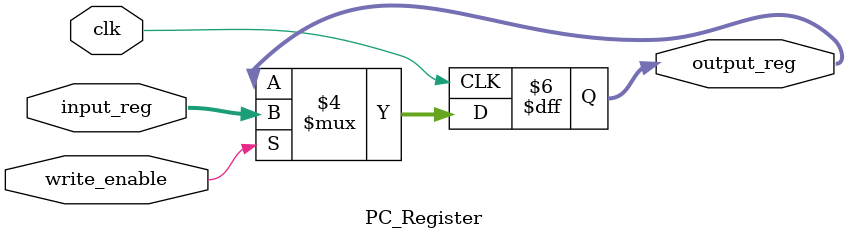
<source format=v>
module PC_Register(
    input wire clk,
    input wire [31:0] input_reg,
    output reg [31:0] output_reg,
    input wire write_enable
);

    initial begin
        output_reg <= 0; // Initialize the output_reg to 0
    end

    always @(posedge clk)
    begin
        if (write_enable)
        begin
            output_reg = input_reg; // Assign the input_reg value to the output_reg on the positive edge of the clock when write_enable is high
        end
    end
endmodule

</source>
